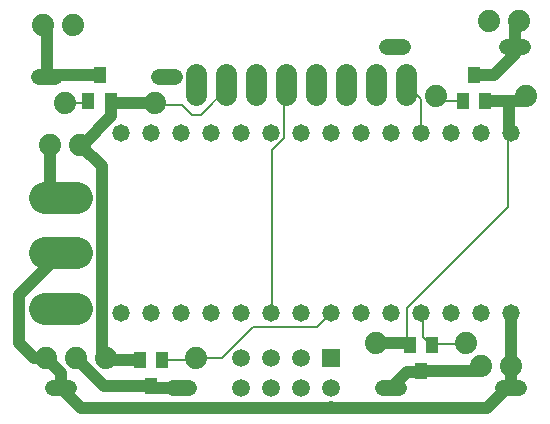
<source format=gbr>
G04 EAGLE Gerber RS-274X export*
G75*
%MOMM*%
%FSLAX34Y34*%
%LPD*%
%INTop Copper*%
%IPPOS*%
%AMOC8*
5,1,8,0,0,1.08239X$1,22.5*%
G01*
%ADD10C,1.320800*%
%ADD11C,1.879600*%
%ADD12R,1.508000X1.508000*%
%ADD13C,1.508000*%
%ADD14R,1.000000X1.400000*%
%ADD15C,2.705100*%
%ADD16C,1.778000*%
%ADD17C,1.473200*%
%ADD18C,1.000000*%
%ADD19C,0.200000*%


D10*
X-81788Y115824D02*
X-94996Y115824D01*
X-183388Y115824D02*
X-196596Y115824D01*
X196596Y-147828D02*
X209804Y-147828D01*
X108204Y-147828D02*
X94996Y-147828D01*
X-171196Y-147828D02*
X-184404Y-147828D01*
X-82804Y-147828D02*
X-69596Y-147828D01*
X98298Y140970D02*
X111506Y140970D01*
X199898Y140970D02*
X213106Y140970D01*
D11*
X-186944Y58420D03*
X-161544Y58420D03*
X-167640Y159766D03*
X-193040Y159766D03*
X203200Y-128778D03*
X177800Y-128778D03*
X-190500Y-122428D03*
X-165100Y-122428D03*
X184150Y162814D03*
X209550Y162814D03*
D12*
X50800Y-122428D03*
D13*
X-25400Y-147828D03*
X0Y-147828D03*
X25400Y-147828D03*
X50800Y-147828D03*
X25400Y-122428D03*
X0Y-122428D03*
X-25400Y-122428D03*
D14*
X127000Y-133428D03*
X117500Y-111428D03*
X136500Y-111428D03*
X-145288Y117172D03*
X-135788Y95172D03*
X-154788Y95172D03*
X-101600Y-146128D03*
X-111100Y-124128D03*
X-92100Y-124128D03*
X171704Y117172D03*
X181204Y95172D03*
X162204Y95172D03*
D11*
X215900Y99822D03*
X139700Y99822D03*
X-139700Y-122428D03*
X-63500Y-122428D03*
X-98044Y93472D03*
X-174244Y93472D03*
X88900Y-109728D03*
X165100Y-109728D03*
D15*
X-164275Y13462D02*
X-191326Y13462D01*
X-191326Y-33528D02*
X-164275Y-33528D01*
X-164275Y-80518D02*
X-191326Y-80518D01*
D16*
X12700Y100330D02*
X12700Y118110D01*
X38100Y118110D02*
X38100Y100330D01*
X-12700Y100330D02*
X-12700Y118110D01*
X-38100Y118110D02*
X-38100Y100330D01*
X-63500Y100330D02*
X-63500Y118110D01*
X63500Y118110D02*
X63500Y100330D01*
X88900Y100330D02*
X88900Y118110D01*
X114300Y118110D02*
X114300Y100330D01*
D17*
X203200Y68072D03*
X177800Y68072D03*
X152400Y68072D03*
X127000Y68072D03*
X101600Y68072D03*
X76200Y68072D03*
X50800Y68072D03*
X25400Y68072D03*
X0Y68072D03*
X-25400Y68072D03*
X-50800Y68072D03*
X-76200Y68072D03*
X-101600Y68072D03*
X-127000Y68072D03*
X-127000Y-84328D03*
X-101600Y-84328D03*
X-76200Y-84328D03*
X-50800Y-84328D03*
X-25400Y-84328D03*
X0Y-84328D03*
X25400Y-84328D03*
X50800Y-84328D03*
X76200Y-84328D03*
X101600Y-84328D03*
X127000Y-84328D03*
X152400Y-84328D03*
X177800Y-84328D03*
X203200Y-84328D03*
D18*
X171704Y117172D02*
X172204Y117672D01*
X188800Y117672D01*
X206502Y135374D01*
X206502Y140970D01*
X206502Y159766D02*
X209550Y162814D01*
X206502Y159766D02*
X206502Y140970D01*
D19*
X127000Y-133428D02*
X126800Y-134328D01*
D18*
X115100Y-134328D02*
X101600Y-147828D01*
X115100Y-134328D02*
X126800Y-134328D01*
X127000Y-133428D02*
X173150Y-133428D01*
X177800Y-128778D01*
D19*
X-189392Y116624D02*
X-189992Y115824D01*
D18*
X-189992Y156718D02*
X-193040Y159766D01*
X-189992Y156718D02*
X-189992Y115824D01*
X-188644Y117172D01*
X-145288Y117172D01*
D19*
X-101600Y-146128D02*
X-101200Y-146328D01*
X-101600Y-146128D02*
X-103200Y-144328D01*
D18*
X-141200Y-146328D02*
X-165100Y-122428D01*
X-141200Y-146328D02*
X-101200Y-146328D01*
X-101600Y-146128D02*
X-99900Y-147828D01*
X-76200Y-147828D01*
X-186944Y22606D02*
X-186944Y58420D01*
X-186944Y22606D02*
X-177800Y13462D01*
D19*
X-111100Y-124128D02*
X-111162Y-124251D01*
X-98344Y93672D02*
X-135488Y93672D01*
X-135788Y95172D01*
X-98344Y93672D02*
X-98044Y93472D01*
X181204Y95172D02*
X182704Y95672D01*
D18*
X-137877Y-124251D02*
X-139700Y-122428D01*
X-137877Y-124251D02*
X-111162Y-124251D01*
X-139700Y-122428D02*
X-143252Y-118876D01*
X-143252Y40128D02*
X-161544Y58420D01*
X-143252Y40128D02*
X-143252Y-118876D01*
X-159664Y58420D02*
X-161544Y58420D01*
X-159664Y58420D02*
X-135788Y82296D01*
X-135788Y95172D01*
X-134088Y93472D01*
X-98044Y93472D01*
X-97536Y93472D01*
X181204Y95172D02*
X201168Y95172D01*
X211250Y95172D01*
X215900Y99822D01*
X201168Y95172D02*
X201168Y70104D01*
X203200Y68072D01*
X115800Y-109728D02*
X88900Y-109728D01*
X115800Y-109728D02*
X117500Y-111428D01*
D19*
X-75200Y91672D02*
X-93200Y91672D01*
X-75200Y91672D02*
X-67200Y83672D01*
X-59200Y83672D01*
X-35241Y107631D01*
X-93200Y91672D02*
X-98044Y93472D01*
X-38100Y109220D02*
X-35241Y107631D01*
X200800Y63672D02*
X200800Y5672D01*
X114800Y-80328D01*
X114800Y-106328D01*
X200800Y63672D02*
X203200Y68072D01*
X114800Y-106328D02*
X117500Y-111428D01*
X136800Y-110328D02*
X164800Y-110328D01*
X136800Y-110328D02*
X136500Y-111428D01*
X164800Y-110328D02*
X165100Y-109728D01*
X128800Y-104328D02*
X128800Y-84328D01*
X128800Y-104328D02*
X134800Y-110328D01*
X128800Y-84328D02*
X127000Y-84328D01*
X134800Y-110328D02*
X136500Y-111428D01*
X800Y-146328D02*
X0Y-147828D01*
X800Y-84328D02*
X800Y53672D01*
X10800Y63672D01*
X10800Y108720D01*
X800Y-84328D02*
X0Y-84328D01*
X10800Y108720D02*
X12700Y109220D01*
X126800Y96720D02*
X126800Y69672D01*
X126800Y96720D02*
X114300Y109220D01*
X126800Y69672D02*
X127000Y68072D01*
X144800Y95672D02*
X160704Y95672D01*
X144800Y95672D02*
X140800Y99672D01*
X160704Y95672D02*
X162204Y95172D01*
X140800Y99672D02*
X139700Y99822D01*
X-65200Y-124328D02*
X-91200Y-124328D01*
X-92100Y-124128D01*
X-65200Y-124328D02*
X-63500Y-122428D01*
X-63200Y-122328D02*
X-41200Y-122328D01*
X-15200Y-96328D01*
X38800Y-96328D01*
X50800Y-84328D01*
X-63200Y-122328D02*
X-63500Y-122428D01*
X-155200Y93672D02*
X-173200Y93672D01*
X-155200Y93672D02*
X-154788Y95172D01*
X-173200Y93672D02*
X-174244Y93472D01*
X202800Y-130328D02*
X202800Y-146328D01*
X203200Y-147828D01*
X202800Y-130328D02*
X203200Y-128778D01*
X202800Y-128328D02*
X202800Y-128016D01*
X202800Y-84328D01*
X203200Y-84328D01*
X202800Y-128328D02*
X203200Y-128778D01*
X203150Y-147890D02*
X202800Y-148328D01*
X203150Y-147890D02*
X203200Y-147828D01*
X-177200Y-148328D02*
X-177800Y-147828D01*
D18*
X-213440Y-69168D02*
X-177800Y-33528D01*
X-213440Y-69168D02*
X-213440Y-109728D01*
X-200740Y-122428D01*
X-190500Y-122428D01*
X-177800Y-135128D01*
X-177800Y-147828D01*
X-161036Y-164592D01*
X51816Y-164592D01*
X182880Y-164592D01*
X199582Y-147890D01*
X203150Y-147890D01*
X203200Y-147828D02*
X203200Y-128416D01*
X202800Y-128016D01*
X203200Y-128778D02*
X203200Y-84328D01*
X51816Y-164592D02*
X50800Y-163576D01*
M02*

</source>
